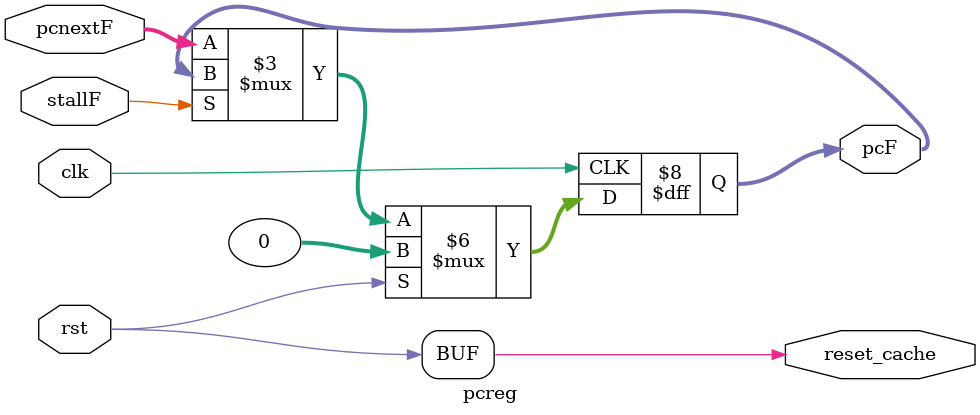
<source format=sv>
module pcreg #(parameter W = 32)(
    input logic clk,
    input logic rst,
    input logic stallF,
    input logic [W-1: 0] pcnextF,

    output logic [W-1: 0] pcF,
    output logic reset_cache
);

always_ff@(posedge clk)
    if (rst) pcF <= {W{1'b0}};
    else if (stallF == 0) begin
        pcF <= pcnextF;
    end

assign reset_cache = rst;
endmodule

</source>
